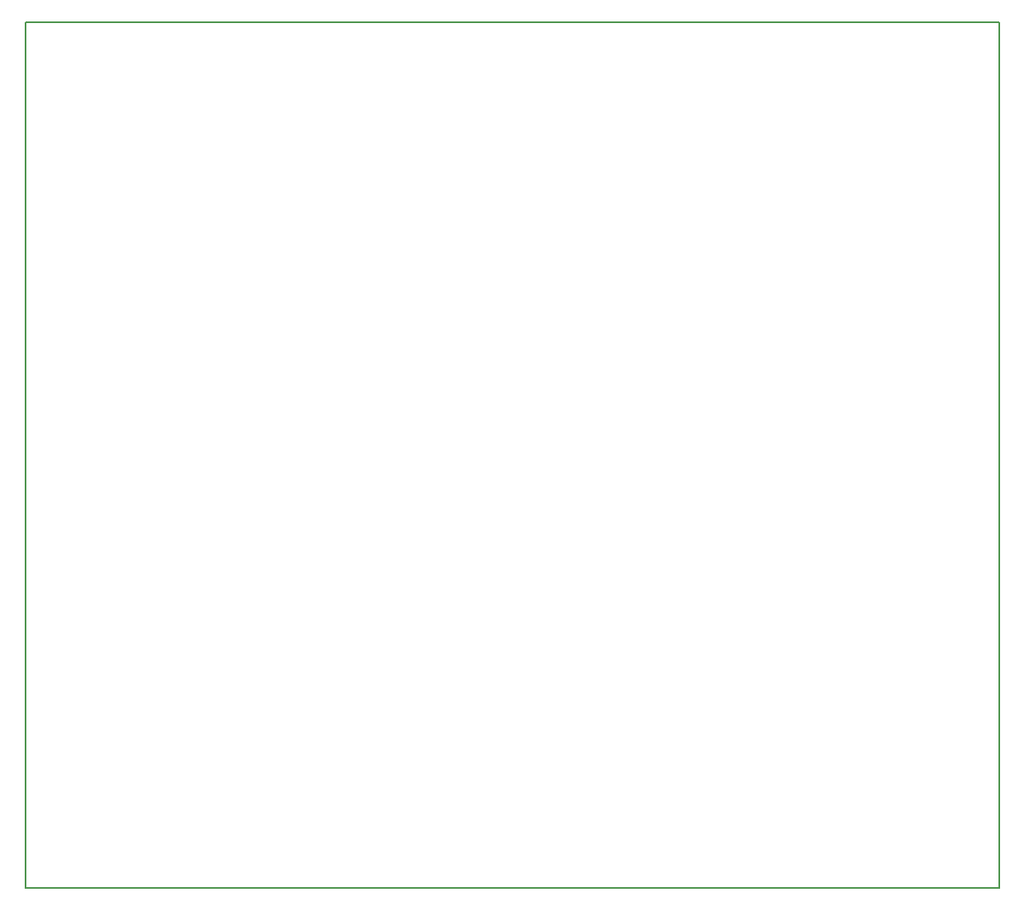
<source format=gbr>
G04 #@! TF.GenerationSoftware,KiCad,Pcbnew,5.0.2-bee76a0~70~ubuntu16.04.1*
G04 #@! TF.CreationDate,2024-02-25T20:47:19-04:00*
G04 #@! TF.ProjectId,leonrv,6c656f6e-7276-42e6-9b69-6361645f7063,rev?*
G04 #@! TF.SameCoordinates,Original*
G04 #@! TF.FileFunction,Profile,NP*
%FSLAX46Y46*%
G04 Gerber Fmt 4.6, Leading zero omitted, Abs format (unit mm)*
G04 Created by KiCad (PCBNEW 5.0.2-bee76a0~70~ubuntu16.04.1) date dom 25 feb 2024 20:47:19 -04*
%MOMM*%
%LPD*%
G01*
G04 APERTURE LIST*
%ADD10C,0.200000*%
G04 APERTURE END LIST*
D10*
X140000000Y-38000000D02*
X240000000Y-38000000D01*
X140000000Y-127000000D02*
X140000000Y-38000000D01*
X240000000Y-127000000D02*
X140000000Y-127000000D01*
X240000000Y-38000000D02*
X240000000Y-127000000D01*
M02*

</source>
